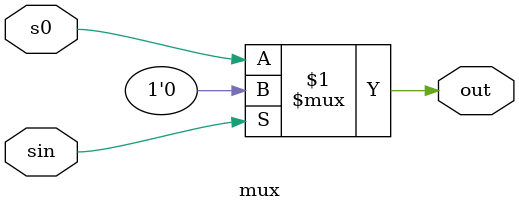
<source format=v>
`timescale 1ns / 1ps


module mux(
    input s0,sin,
    output out
    );
    assign out = sin ? 1'b0 : s0;
endmodule

</source>
